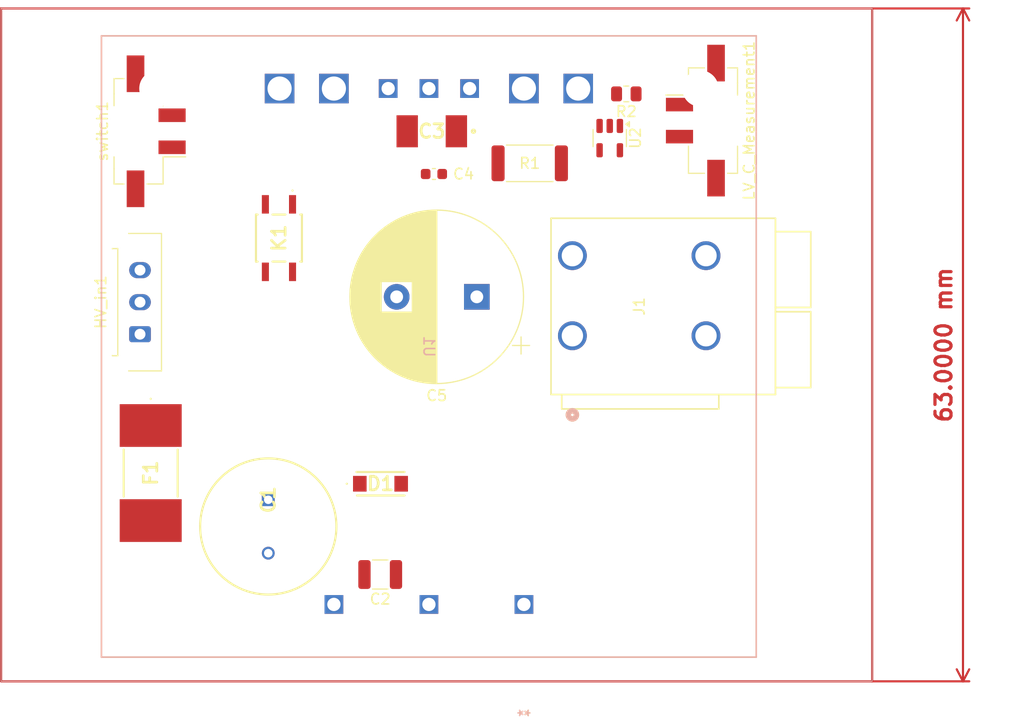
<source format=kicad_pcb>
(kicad_pcb (version 20240108) (generator "pcbnew") (generator_version "8.0")
  (layers (0 "F.Cu" signal) (31 "B.Cu" signal) (34 "B.Paste" user) (35 "F.Paste" user) (36 "B.SilkS" user "B.Silkscreen") (37 "F.SilkS" user "F.Silkscreen") (38 "B.Mask" user) (39 "F.Mask" user) (44 "Edge.Cuts" user))
  (net 0 "")
  (net 1 "/HV-")
  (net 2 "Net-(U1-+S)")
  (net 3 "Net-(C1--)")
  (net 4 "GND")
  (net 8 "Net-(K1-S1)")
  (net 9 "/HV+")
  (net 11 "Net-(K1-A)")
  (net 12 "Net-(K1-K)")
  (net 13 "Net-(LV_C_Measurement1-Pin_2)")
  (net 14 "Net-(J1-1_1)")
  (footprint "Connector_Molex:Molex_Micro-Fit_3.0_43650-0224_1x02-1MP_P3.00mm_Vertical" (layer "F.Cu") (at 133.865 71.5 90)
    (property "Reference" "switch1" (at 0 -3.38 90) (layer "F.SilkS"))
    (property "Value" "Micro Mate N-Lok 01x02_Pin")
    (fp_line (start 4.935 -2.295) (end 3.515 -2.295) (stroke (width 0.12)) (layer "F.SilkS"))
    (fp_line (start 3.515 -2.295) (end 3.515 -2.295) (stroke (width 0.12)) (layer "F.SilkS"))
    (fp_line (start 3.515 -2.295) (end 2.395 -2.295) (stroke (width 0.12)) (layer "F.SilkS"))
    (fp_line (start -3.515 -2.295) (end -2.395 -2.295) (stroke (width 0.12)) (layer "F.SilkS"))
    (fp_line (start -3.515 -2.295) (end -3.515 -2.295) (stroke (width 0.12)) (layer "F.SilkS"))
    (fp_line (start -4.935 -2.295) (end -3.515 -2.295) (stroke (width 0.12)) (layer "F.SilkS"))
    (fp_line (start 4.935 -1.37) (end 4.935 -2.295) (stroke (width 0.12)) (layer "F.SilkS"))
    (fp_line (start -4.935 -1.37) (end -4.935 -2.295) (stroke (width 0.12)) (layer "F.SilkS"))
    (fp_line (start 4.935 0.8) (end 4.935 2.295) (stroke (width 0.12)) (layer "F.SilkS"))
    (fp_line (start -4.935 0.8) (end -4.935 2.295) (stroke (width 0.12)) (layer "F.SilkS"))
    (fp_line (start 4.935 2.295) (end 2.395 2.295) (stroke (width 0.12)) (layer "F.SilkS"))
    (fp_line (start -2.395 2.295) (end -2.395 4.405) (stroke (width 0.12)) (layer "F.SilkS"))
    (fp_line (start -4.935 2.295) (end -2.395 2.295) (stroke (width 0.12)) (layer "F.SilkS"))
    (pad "1" smd rect (at -1.5 3.135 90) (size 1.27 2.54) (layers "F.Cu" "F.Paste" "F.Mask") (net 11 "Net-(K1-A)"))
    (pad "2" smd rect (at 1.5 3.135 90) (size 1.27 2.54) (layers "F.Cu" "F.Paste" "F.Mask") (net 12 "Net-(K1-K)"))
    (pad "MP" smd rect (at -5.385 -0.285 90) (size 3.43 1.65) (layers "F.Cu" "F.Paste" "F.Mask"))
    (pad "MP" smd rect (at 5.385 -0.285 90) (size 3.43 1.65) (layers "F.Cu" "F.Paste" "F.Mask"))
  )
  (footprint "Connector_Molex:Molex_Micro-Fit_3.0_43650-0224_1x02-1MP_P3.00mm_Vertical" (layer "F.Cu") (at 187.61 70.5 -90)
    (property "Reference" "LV_C_Measurement1" (at 0 -3.38 90) (layer "F.SilkS"))
    (property "Value" "Micro Mate N-Lok 01x02_Pin")
    (fp_line (start -4.935 2.295) (end -2.395 2.295) (stroke (width 0.12)) (layer "F.SilkS"))
    (fp_line (start -2.395 2.295) (end -2.395 4.405) (stroke (width 0.12)) (layer "F.SilkS"))
    (fp_line (start 4.935 2.295) (end 2.395 2.295) (stroke (width 0.12)) (layer "F.SilkS"))
    (fp_line (start -4.935 0.8) (end -4.935 2.295) (stroke (width 0.12)) (layer "F.SilkS"))
    (fp_line (start 4.935 0.8) (end 4.935 2.295) (stroke (width 0.12)) (layer "F.SilkS"))
    (fp_line (start -4.935 -1.37) (end -4.935 -2.295) (stroke (width 0.12)) (layer "F.SilkS"))
    (fp_line (start 4.935 -1.37) (end 4.935 -2.295) (stroke (width 0.12)) (layer "F.SilkS"))
    (fp_line (start -4.935 -2.295) (end -3.515 -2.295) (stroke (width 0.12)) (layer "F.SilkS"))
    (fp_line (start -3.515 -2.295) (end -3.515 -2.295) (stroke (width 0.12)) (layer "F.SilkS"))
    (fp_line (start -3.515 -2.295) (end -2.395 -2.295) (stroke (width 0.12)) (layer "F.SilkS"))
    (fp_line (start 3.515 -2.295) (end 2.395 -2.295) (stroke (width 0.12)) (layer "F.SilkS"))
    (fp_line (start 3.515 -2.295) (end 3.515 -2.295) (stroke (width 0.12)) (layer "F.SilkS"))
    (fp_line (start 4.935 -2.295) (end 3.515 -2.295) (stroke (width 0.12)) (layer "F.SilkS"))
    (pad "1" smd rect (at -1.5 3.135 270) (size 1.27 2.54) (layers "F.Cu" "F.Paste" "F.Mask") (net 4 "GND"))
    (pad "2" smd rect (at 1.5 3.135 270) (size 1.27 2.54) (layers "F.Cu" "F.Paste" "F.Mask") (net 13 "Net-(LV_C_Measurement1-Pin_2)"))
    (pad "MP" smd rect (at -5.385 -0.285 270) (size 3.43 1.65) (layers "F.Cu" "F.Paste" "F.Mask"))
    (pad "MP" smd rect (at 5.385 -0.285 270) (size 3.43 1.65) (layers "F.Cu" "F.Paste" "F.Mask"))
  )
  (footprint "footprints:ECHU_E1_E2_E3_E3a_4" (layer "F.Cu") (at 161.3 71.5 180)
    (property "Reference" "C3" (at 0 0 180) (layer "F.SilkS") (effects (font (size 1.27 1.27) (thickness 0.254))))
    (property "Value" "22n" (hide yes))
    (fp_circle (center -3.9 0) (end -3.9 0.05) (stroke (width 0.2)) (fill none) (layer "F.SilkS"))
    (pad "1" smd rect (at -2.3 0 180) (size 2 3) (layers "F.Cu" "F.Paste" "F.Mask") (net 4 "GND"))
    (pad "2" smd rect (at 2.3 0 180) (size 2 3) (layers "F.Cu" "F.Paste" "F.Mask") (net 2 "Net-(U1-+S)"))
  )
  (footprint "Resistor_SMD:R_2512_6332Metric" (layer "F.Cu") (at 170.4625 74.5)
    (property "Reference" "R1" (at 0 0 360) (layer "F.SilkS"))
    (property "Value" "2m")
    (fp_line (start -2.177064 -1.71) (end 2.177064 -1.71) (stroke (width 0.12)) (layer "F.SilkS"))
    (fp_line (start -2.177064 1.71) (end 2.177064 1.71) (stroke (width 0.12)) (layer "F.SilkS"))
    (pad "1" smd roundrect (at -2.9625 0) (size 1.225 3.35) (layers "F.Cu" "F.Paste" "F.Mask") (roundrect_rratio 0.204082) (net 2 "Net-(U1-+S)"))
    (pad "2" smd roundrect (at 2.9625 0) (size 1.225 3.35) (layers "F.Cu" "F.Paste" "F.Mask") (roundrect_rratio 0.204082) (net 14 "Net-(J1-1_1)"))
  )
  (footprint "footprints:CONN2_2606-1102_WAG" (layer "F.Cu") (at 174.4549 90.6451 90)
    (property "Reference" "J1" (at 2.75 6.25 90) (layer "F.SilkS"))
    (property "Value" "2606-1102")
    (fp_circle (center -7.405001 0) (end -7.024001 0) (stroke (width 0.508)) (fill none) (layer "B.SilkS"))
    (fp_line (start 11.000001 -2.000001) (end 11.000001 19) (stroke (width 0.1524)) (layer "F.SilkS"))
    (fp_line (start -5.500001 -2.000001) (end 11.000001 -2.000001) (stroke (width 0.1524)) (layer "F.SilkS"))
    (fp_line (start -5.500002 -1) (end -6.850002 -1) (stroke (width 0.1524)) (layer "F.SilkS"))
    (fp_line (start -5.500002 13.700001) (end -6.850002 13.700001) (stroke (width 0.1524)) (layer "F.SilkS"))
    (fp_line (start -6.850002 13.700001) (end -6.850002 -1) (stroke (width 0.1524)) (layer "F.SilkS"))
    (fp_line (start 9.750001 19) (end 9.750001 22.300001) (stroke (width 0.1524)) (layer "F.SilkS"))
    (fp_line (start 2.65 19) (end 2.65 22.300001) (stroke (width 0.1524)) (layer "F.SilkS"))
    (fp_line (start 2.250001 19) (end 2.250001 22.300001) (stroke (width 0.1524)) (layer "F.SilkS"))
    (fp_line (start -4.85 19) (end -4.85 22.300001) (stroke (width 0.1524)) (layer "F.SilkS"))
    (fp_line (start -5.500001 19) (end -5.500001 -2.000001) (stroke (width 0.1524)) (layer "F.SilkS"))
    (fp_line (start -5.500001 19) (end 11.000001 19) (stroke (width 0.1524)) (layer "F.SilkS"))
    (fp_line (start 2.65 22.300001) (end 9.749998 22.300001) (stroke (width 0.1524)) (layer "F.SilkS"))
    (fp_line (start -4.85 22.300001) (end 2.249998 22.300001) (stroke (width 0.1524)) (layer "F.SilkS"))
    (fp_circle (center -7.405001 0) (end -7.024001 0) (stroke (width 0.508)) (fill none) (layer "F.SilkS"))
    (pad "1" thru_hole circle (at 0 0 90) (size 2.7 2.7) (drill 2) (layers "*.Cu" "*.Mask") (net 14 "Net-(J1-1_1)"))
    (pad "2" thru_hole circle (at 0 12.5 90) (size 2.7 2.7) (drill 2) (layers "*.Cu" "*.Mask") (net 14 "Net-(J1-1_1)"))
    (pad "3" thru_hole circle (at 7.5 0 90) (size 2.7 2.7) (drill 2) (layers "*.Cu" "*.Mask") (net 4 "GND"))
    (pad "4" thru_hole circle (at 7.5 12.5 90) (size 2.7 2.7) (drill 2) (layers "*.Cu" "*.Mask") (net 4 "GND"))
  )
  (footprint "footprints:CAPPRD500W60D1275H2200" (layer "F.Cu") (at 146 106 -90)
    (property "Reference" "C1" (at 0 0 -90) (layer "F.SilkS") (effects (font (size 1.27 1.27) (thickness 0.254))))
    (property "Value" "22µ 420VDC" (hide yes))
    (fp_circle (center 2.5 0) (end 2.5 6.375) (stroke (width 0.2)) (fill none) (layer "F.SilkS"))
    (pad "1" thru_hole rect (at 0 0 270) (size 1.2 1.2) (drill 0.8) (layers "*.Cu" "*.Mask") (net 1 "/HV-"))
    (pad "2" thru_hole circle (at 5 0 270) (size 1.2 1.2) (drill 0.8) (layers "*.Cu" "*.Mask") (net 3 "Net-(C1--)"))
  )
  (footprint "footprints:CD214AR12000R" (layer "F.Cu") (at 156.5 104.5)
    (property "Reference" "D1" (at 0 0 0) (layer "F.SilkS") (effects (font (size 1.27 1.27) (thickness 0.254))))
    (property "Value" "2kV" (hide yes))
    (fp_line (start -3.2 0) (end -3.2 0) (stroke (width 0.1)) (layer "F.SilkS"))
    (fp_line (start -3.1 0) (end -3.1 0) (stroke (width 0.1)) (layer "F.SilkS"))
    (fp_line (start -2.25 -1.1) (end 2.25 -1.1) (stroke (width 0.2)) (layer "F.SilkS"))
    (fp_line (start 2.25 1.1) (end -2.2 1.1) (stroke (width 0.2)) (layer "F.SilkS"))
    (fp_arc (start -3.2 0) (mid -3.15 -0.05) (end -3.1 0) (stroke (width 0.1)) (layer "F.SilkS"))
    (fp_arc (start -3.1 0) (mid -3.15 0.05) (end -3.2 0) (stroke (width 0.1)) (layer "F.SilkS"))
    (pad "1" smd rect (at -1.935 0) (size 1.27 1.47) (layers "F.Cu" "F.Paste" "F.Mask") (net 3 "Net-(C1--)"))
    (pad "2" smd rect (at 1.935 0) (size 1.27 1.47) (layers "F.Cu" "F.Paste" "F.Mask") (net 1 "/HV-"))
  )
  (footprint "Capacitor_SMD:C_1210_3225Metric" (layer "F.Cu") (at 156.475 113 180)
    (property "Reference" "C2" (at 0 -2.3 0) (layer "F.SilkS"))
    (property "Value" "390p 1kV")
    (fp_line (start -0.711252 1.36) (end 0.711252 1.36) (stroke (width 0.12)) (layer "F.SilkS"))
    (fp_line (start -0.711252 -1.36) (end 0.711252 -1.36) (stroke (width 0.12)) (layer "F.SilkS"))
    (pad "1" smd roundrect (at -1.475 0 180) (size 1.15 2.7) (layers "F.Cu" "F.Paste" "F.Mask") (roundrect_rratio 0.217391) (net 1 "/HV-"))
    (pad "2" smd roundrect (at 1.475 0 180) (size 1.15 2.7) (layers "F.Cu" "F.Paste" "F.Mask") (roundrect_rratio 0.217391) (net 3 "Net-(C1--)"))
  )
  (footprint "Capacitor_THT:CP_Radial_D16.0mm_P7.50mm" (layer "F.Cu") (at 165.512755 87 180)
    (property "Reference" "C5" (at 3.75 -9.25 180) (layer "F.SilkS"))
    (property "Value" "820µ")
    (fp_line (start 11.831 -0.765) (end 11.831 0.765) (stroke (width 0.12)) (layer "F.SilkS"))
    (fp_line (start 11.791 -1.098) (end 11.791 1.098) (stroke (width 0.12)) (layer "F.SilkS"))
    (fp_line (start 11.751 -1.351) (end 11.751 1.351) (stroke (width 0.12)) (layer "F.SilkS"))
    (fp_line (start 11.711 -1.564) (end 11.711 1.564) (stroke (width 0.12)) (layer "F.SilkS"))
    (fp_line (start 11.671 -1.752) (end 11.671 1.752) (stroke (width 0.12)) (layer "F.SilkS"))
    (fp_line (start 11.631 -1.92) (end 11.631 1.92) (stroke (width 0.12)) (layer "F.SilkS"))
    (fp_line (start 11.591 -2.074) (end 11.591 2.074) (stroke (width 0.12)) (layer "F.SilkS"))
    (fp_line (start 11.551 -2.218) (end 11.551 2.218) (stroke (width 0.12)) (layer "F.SilkS"))
    (fp_line (start 11.511 -2.351) (end 11.511 2.351) (stroke (width 0.12)) (layer "F.SilkS"))
    (fp_line (start 11.471 -2.478) (end 11.471 2.478) (stroke (width 0.12)) (layer "F.SilkS"))
    (fp_line (start 11.431 -2.597) (end 11.431 2.597) (stroke (width 0.12)) (layer "F.SilkS"))
    (fp_line (start 11.391 -2.711) (end 11.391 2.711) (stroke (width 0.12)) (layer "F.SilkS"))
    (fp_line (start 11.351 -2.82) (end 11.351 2.82) (stroke (width 0.12)) (layer "F.SilkS"))
    (fp_line (start 11.311 -2.924) (end 11.311 2.924) (stroke (width 0.12)) (layer "F.SilkS"))
    (fp_line (start 11.271 -3.024) (end 11.271 3.024) (stroke (width 0.12)) (layer "F.SilkS"))
    (fp_line (start 11.231 -3.12) (end 11.231 3.12) (stroke (width 0.12)) (layer "F.SilkS"))
    (fp_line (start 11.191 -3.213) (end 11.191 3.213) (stroke (width 0.12)) (layer "F.SilkS"))
    (fp_line (start 11.151 -3.303) (end 11.151 3.303) (stroke (width 0.12)) (layer "F.SilkS"))
    (fp_line (start 11.111 -3.39) (end 11.111 3.39) (stroke (width 0.12)) (layer "F.SilkS"))
    (fp_line (start 11.071 -3.475) (end 11.071 3.475) (stroke (width 0.12)) (layer "F.SilkS"))
    (fp_line (start 11.031 -3.557) (end 11.031 3.557) (stroke (width 0.12)) (layer "F.SilkS"))
    (fp_line (start 10.991 -3.637) (end 10.991 3.637) (stroke (width 0.12)) (layer "F.SilkS"))
    (fp_line (start 10.951 -3.715) (end 10.951 3.715) (stroke (width 0.12)) (layer "F.SilkS"))
    (fp_line (start 10.911 -3.79) (end 10.911 3.79) (stroke (width 0.12)) (layer "F.SilkS"))
    (fp_line (start 10.871 -3.864) (end 10.871 3.864) (stroke (width 0.12)) (layer "F.SilkS"))
    (fp_line (start 10.831 -3.936) (end 10.831 3.936) (stroke (width 0.12)) (layer "F.SilkS"))
    (fp_line (start 10.791 -4.007) (end 10.791 4.007) (stroke (width 0.12)) (layer "F.SilkS"))
    (fp_line (start 10.751 -4.076) (end 10.751 4.076) (stroke (width 0.12)) (layer "F.SilkS"))
    (fp_line (start 10.711 -4.143) (end 10.711 4.143) (stroke (width 0.12)) (layer "F.SilkS"))
    (fp_line (start 10.671 -4.209) (end 10.671 4.209) (stroke (width 0.12)) (layer "F.SilkS"))
    (fp_line (start 10.631 -4.273) (end 10.631 4.273) (stroke (width 0.12)) (layer "F.SilkS"))
    (fp_line (start 10.591 -4.336) (end 10.591 4.336) (stroke (width 0.12)) (layer "F.SilkS"))
    (fp_line (start 10.551 -4.398) (end 10.551 4.398) (stroke (width 0.12)) (layer "F.SilkS"))
    (fp_line (start 10.511 -4.459) (end 10.511 4.459) (stroke (width 0.12)) (layer "F.SilkS"))
    (fp_line (start 10.471 -4.519) (end 10.471 4.519) (stroke (width 0.12)) (layer "F.SilkS"))
    (fp_line (start 10.431 -4.577) (end 10.431 4.577) (stroke (width 0.12)) (layer "F.SilkS"))
    (fp_line (start 10.391 -4.634) (end 10.391 4.634) (stroke (width 0.12)) (layer "F.SilkS"))
    (fp_line (start 10.351 -4.691) (end 10.351 4.691) (stroke (width 0.12)) (layer "F.SilkS"))
    (fp_line (start 10.311 -4.746) (end 10.311 4.746) (stroke (width 0.12)) (layer "F.SilkS"))
    (fp_line (start 10.271 -4.8) (end 10.271 4.8) (stroke (width 0.12)) (layer "F.SilkS"))
    (fp_line (start 10.231 -4.854) (end 10.231 4.854) (stroke (width 0.12)) (layer "F.SilkS"))
    (fp_line (start 10.191 -4.906) (end 10.191 4.906) (stroke (width 0.12)) (layer "F.SilkS"))
    (fp_line (start 10.151 -4.958) (end 10.151 4.958) (stroke (width 0.12)) (layer "F.SilkS"))
    (fp_line (start 10.111 -5.009) (end 10.111 5.009) (stroke (width 0.12)) (layer "F.SilkS"))
    (fp_line (start 10.071 -5.059) (end 10.071 5.059) (stroke (width 0.12)) (layer "F.SilkS"))
    (fp_line (start 10.031 -5.108) (end 10.031 5.108) (stroke (width 0.12)) (layer "F.SilkS"))
    (fp_line (start 9.991 -5.156) (end 9.991 5.156) (stroke (width 0.12)) (layer "F.SilkS"))
    (fp_line (start 9.951 -5.204) (end 9.951 5.204) (stroke (width 0.12)) (layer "F.SilkS"))
    (fp_line (start 9.911 -5.251) (end 9.911 5.251) (stroke (width 0.12)) (layer "F.SilkS"))
    (fp_line (start 9.871 -5.297) (end 9.871 5.297) (stroke (width 0.12)) (layer "F.SilkS"))
    (fp_line (start 9.831 -5.343) (end 9.831 5.343) (stroke (width 0.12)) (layer "F.SilkS"))
    (fp_line (start 9.791 -5.388) (end 9.791 5.388) (stroke (width 0.12)) (layer "F.SilkS"))
    (fp_line (start 9.751 -5.432) (end 9.751 5.432) (stroke (width 0.12)) (layer "F.SilkS"))
    (fp_line (start 9.711 -5.475) (end 9.711 5.475) (stroke (width 0.12)) (layer "F.SilkS"))
    (fp_line (start 9.671 -5.518) (end 9.671 5.518) (stroke (width 0.12)) (layer "F.SilkS"))
    (fp_line (start 9.631 -5.56) (end 9.631 5.56) (stroke (width 0.12)) (layer "F.SilkS"))
    (fp_line (start 9.591 -5.602) (end 9.591 5.602) (stroke (width 0.12)) (layer "F.SilkS"))
    (fp_line (start 9.551 -5.643) (end 9.551 5.643) (stroke (width 0.12)) (layer "F.SilkS"))
    (fp_line (start 9.511 -5.684) (end 9.511 5.684) (stroke (width 0.12)) (layer "F.SilkS"))
    (fp_line (start 9.471 -5.724) (end 9.471 5.724) (stroke (width 0.12)) (layer "F.SilkS"))
    (fp_line (start 9.431 -5.763) (end 9.431 5.763) (stroke (width 0.12)) (layer "F.SilkS"))
    (fp_line (start 9.391 -5.802) (end 9.391 5.802) (stroke (width 0.12)) (layer "F.SilkS"))
    (fp_line (start 9.351 -5.84) (end 9.351 5.84) (stroke (width 0.12)) (layer "F.SilkS"))
    (fp_line (start 9.311 -5.878) (end 9.311 5.878) (stroke (width 0.12)) (layer "F.SilkS"))
    (fp_line (start 9.271 -5.916) (end 9.271 5.916) (stroke (width 0.12)) (layer "F.SilkS"))
    (fp_line (start 9.231 -5.952) (end 9.231 5.952) (stroke (width 0.12)) (layer "F.SilkS"))
    (fp_line (start 9.191 -5.989) (end 9.191 5.989) (stroke (width 0.12)) (layer "F.SilkS"))
    (fp_line (start 9.151 -6.025) (end 9.151 6.025) (stroke (width 0.12)) (layer "F.SilkS"))
    (fp_line (start 9.111 -6.06) (end 9.111 6.06) (stroke (width 0.12)) (layer "F.SilkS"))
    (fp_line (start 9.071 -6.095) (end 9.071 6.095) (stroke (width 0.12)) (layer "F.SilkS"))
    (fp_line (start 9.031 -6.129) (end 9.031 6.129) (stroke (width 0.12)) (layer "F.SilkS"))
    (fp_line (start 8.991 -6.163) (end 8.991 6.163) (stroke (width 0.12)) (layer "F.SilkS"))
    (fp_line (start 8.951 -6.197) (end 8.951 6.197) (stroke (width 0.12)) (layer "F.SilkS"))
    (fp_line (start 8.911 1.44) (end 8.911 6.23) (stroke (width 0.12)) (layer "F.SilkS"))
    (fp_line (start 8.911 -6.23) (end 8.911 -1.44) (stroke (width 0.12)) (layer "F.SilkS"))
    (fp_line (start 8.871 1.44) (end 8.871 6.263) (stroke (width 0.12)) (layer "F.SilkS"))
    (fp_line (start 8.871 -6.263) (end 8.871 -1.44) (stroke (width 0.12)) (layer "F.SilkS"))
    (fp_line (start 8.831 1.44) (end 8.831 6.295) (stroke (width 0.12)) (layer "F.SilkS"))
    (fp_line (start 8.831 -6.295) (end 8.831 -1.44) (stroke (width 0.12)) (layer "F.SilkS"))
    (fp_line (start 8.791 1.44) (end 8.791 6.327) (stroke (width 0.12)) (layer "F.SilkS"))
    (fp_line (start 8.791 -6.327) (end 8.791 -1.44) (stroke (width 0.12)) (layer "F.SilkS"))
    (fp_line (start 8.751 1.44) (end 8.751 6.358) (stroke (width 0.12)) (layer "F.SilkS"))
    (fp_line (start 8.751 -6.358) (end 8.751 -1.44) (stroke (width 0.12)) (layer "F.SilkS"))
    (fp_line (start 8.711 1.44) (end 8.711 6.39) (stroke (width 0.12)) (layer "F.SilkS"))
    (fp_line (start 8.711 -6.39) (end 8.711 -1.44) (stroke (width 0.12)) (layer "F.SilkS"))
    (fp_line (start 8.671 1.44) (end 8.671 6.42) (stroke (width 0.12)) (layer "F.SilkS"))
    (fp_line (start 8.671 -6.42) (end 8.671 -1.44) (stroke (width 0.12)) (layer "F.SilkS"))
    (fp_line (start 8.631 1.44) (end 8.631 6.45) (stroke (width 0.12)) (layer "F.SilkS"))
    (fp_line (start 8.631 -6.45) (end 8.631 -1.44) (stroke (width 0.12)) (layer "F.SilkS"))
    (fp_line (start 8.591 1.44) (end 8.591 6.48) (stroke (width 0.12)) (layer "F.SilkS"))
    (fp_line (start 8.591 -6.48) (end 8.591 -1.44) (stroke (width 0.12)) (layer "F.SilkS"))
    (fp_line (start 8.551 1.44) (end 8.551 6.51) (stroke (width 0.12)) (layer "F.SilkS"))
    (fp_line (start 8.551 -6.51) (end 8.551 -1.44) (stroke (width 0.12)) (layer "F.SilkS"))
    (fp_line (start 8.511 1.44) (end 8.511 6.539) (stroke (width 0.12)) (layer "F.SilkS"))
    (fp_line (start 8.511 -6.539) (end 8.511 -1.44) (stroke (width 0.12)) (layer "F.SilkS"))
    (fp_line (start 8.471 1.44) (end 8.471 6.568) (stroke (width 0.12)) (layer "F.SilkS"))
    (fp_line (start 8.471 -6.568) (end 8.471 -1.44) (stroke (width 0.12)) (layer "F.SilkS"))
    (fp_line (start 8.431 1.44) (end 8.431 6.596) (stroke (width 0.12)) (layer "F.SilkS"))
    (fp_line (start 8.431 -6.596) (end 8.431 -1.44) (stroke (width 0.12)) (layer "F.SilkS"))
    (fp_line (start 8.391 1.44) (end 8.391 6.624) (stroke (width 0.12)) (layer "F.SilkS"))
    (fp_line (start 8.391 -6.624) (end 8.391 -1.44) (stroke (width 0.12)) (layer "F.SilkS"))
    (fp_line (start 8.351 1.44) (end 8.351 6.652) (stroke (width 0.12)) (layer "F.SilkS"))
    (fp_line (start 8.351 -6.652) (end 8.351 -1.44) (stroke (width 0.12)) (layer "F.SilkS"))
    (fp_line (start 8.311 1.44) (end 8.311 6.679) (stroke (width 0.12)) (layer "F.SilkS"))
    (fp_line (start 8.311 -6.679) (end 8.311 -1.44) (stroke (width 0.12)) (layer "F.SilkS"))
    (fp_line (start 8.271 1.44) (end 8.271 6.706) (stroke (width 0.12)) (layer "F.SilkS"))
    (fp_line (start 8.271 -6.706) (end 8.271 -1.44) (stroke (width 0.12)) (layer "F.SilkS"))
    (fp_line (start 8.231 1.44) (end 8.231 6.733) (stroke (width 0.12)) (layer "F.SilkS"))
    (fp_line (start 8.231 -6.733) (end 8.231 -1.44) (stroke (width 0.12)) (layer "F.SilkS"))
    (fp_line (start 8.191 1.44) (end 8.191 6.759) (stroke (width 0.12)) (layer "F.SilkS"))
    (fp_line (start 8.191 -6.759) (end 8.191 -1.44) (stroke (width 0.12)) (layer "F.SilkS"))
    (fp_line (start 8.151 1.44) (end 8.151 6.785) (stroke (width 0.12)) (layer "F.SilkS"))
    (fp_line (start 8.151 -6.785) (end 8.151 -1.44) (stroke (width 0.12)) (layer "F.SilkS"))
    (fp_line (start 8.111 1.44) (end 8.111 6.811) (stroke (width 0.12)) (layer "F.SilkS"))
    (fp_line (start 8.111 -6.811) (end 8.111 -1.44) (stroke (width 0.12)) (layer "F.SilkS"))
    (fp_line (start 8.071 1.44) (end 8.071 6.836) (stroke (width 0.12)) (layer "F.SilkS"))
    (fp_line (start 8.071 -6.836) (end 8.071 -1.44) (stroke (width 0.12)) (layer "F.SilkS"))
    (fp_line (start 8.031 1.44) (end 8.031 6.861) (stroke (width 0.12)) (layer "F.SilkS"))
    (fp_line (start 8.031 -6.861) (end 8.031 -1.44) (stroke (width 0.12)) (layer "F.SilkS"))
    (fp_line (start 7.991 1.44) (end 7.991 6.886) (stroke (width 0.12)) (layer "F.SilkS"))
    (fp_line (start 7.991 -6.886) (end 7.991 -1.44) (stroke (width 0.12)) (layer "F.SilkS"))
    (fp_line (start 7.951 1.44) (end 7.951 6.91) (stroke (width 0.12)) (layer "F.SilkS"))
    (fp_line (start 7.951 -6.91) (end 7.951 -1.44) (stroke (width 0.12)) (layer "F.SilkS"))
    (fp_line (start 7.911 1.44) (end 7.911 6.934) (stroke (width 0.12)) (layer "F.SilkS"))
    (fp_line (start 7.911 -6.934) (end 7.911 -1.44) (stroke (width 0.12)) (layer "F.SilkS"))
    (fp_line (start 7.871 1.44) (end 7.871 6.958) (stroke (width 0.12)) (layer "F.SilkS"))
    (fp_line (start 7.871 -6.958) (end 7.871 -1.44) (stroke (width 0.12)) (layer "F.SilkS"))
    (fp_line (start 7.831 1.44) (end 7.831 6.981) (stroke (width 0.12)) (layer "F.SilkS"))
    (fp_line (start 7.831 -6.981) (end 7.831 -1.44) (stroke (width 0.12)) (layer "F.SilkS"))
    (fp_line (start 7.791 1.44) (end 7.791 7.004) (stroke (width 0.12)) (layer "F.SilkS"))
    (fp_line (start 7.791 -7.004) (end 7.791 -1.44) (stroke (width 0.12)) (layer "F.SilkS"))
    (fp_line (start 7.751 1.44) (end 7.751 7.027) (stroke (width 0.12)) (layer "F.SilkS"))
    (fp_line (start 7.751 -7.027) (end 7.751 -1.44) (stroke (width 0.12)) (layer "F.SilkS"))
    (fp_line (start 7.711 1.44) (end 7.711 7.049) (stroke (width 0.12)) (layer "F.SilkS"))
    (fp_line (start 7.711 -7.049) (end 7.711 -1.44) (stroke (width 0.12)) (layer "F.SilkS"))
    (fp_line (start 7.671 1.44) (end 7.671 7.072) (stroke (width 0.12)) (layer "F.SilkS"))
    (fp_line (start 7.671 -7.072) (end 7.671 -1.44) (stroke (width 0.12)) (layer "F.SilkS"))
    (fp_line (start 7.631 1.44) (end 7.631 7.094) (stroke (width 0.12)) (layer "F.SilkS"))
    (fp_line (start 7.631 -7.094) (end 7.631 -1.44) (stroke (width 0.12)) (layer "F.SilkS"))
    (fp_line (start 7.591 1.44) (end 7.591 7.115) (stroke (width 0.12)) (layer "F.SilkS"))
    (fp_line (start 7.591 -7.115) (end 7.591 -1.44) (stroke (width 0.12)) (layer "F.SilkS"))
    (fp_line (start 7.551 1.44) (end 7.551 7.136) (stroke (width 0.12)) (layer "F.SilkS"))
    (fp_line (start 7.551 -7.136) (end 7.551 -1.44) (stroke (width 0.12)) (layer "F.SilkS"))
    (fp_line (start 7.511 1.44) (end 7.511 7.157) (stroke (width 0.12)) (layer "F.SilkS"))
    (fp_line (start 7.511 -7.157) (end 7.511 -1.44) (stroke (width 0.12)) (layer "F.SilkS"))
    (fp_line (start 7.471 1.44) (end 7.471 7.178) (stroke (width 0.12)) (layer "F.SilkS"))
    (fp_line (start 7.471 -7.178) (end 7.471 -1.44) (stroke (width 0.12)) (layer "F.SilkS"))
    (fp_line (start 7.431 1.44) (end 7.431 7.199) (stroke (width 0.12)) (layer "F.SilkS"))
    (fp_line (start 7.431 -7.199) (end 7.431 -1.44) (stroke (width 0.12)) (layer "F.SilkS"))
    (fp_line (start 7.391 1.44) (end 7.391 7.219) (stroke (width 0.12)) (layer "F.SilkS"))
    (fp_line (start 7.391 -7.219) (end 7.391 -1.44) (stroke (width 0.12)) (layer "F.SilkS"))
    (fp_line (start 7.351 1.44) (end 7.351 7.239) (stroke (width 0.12)) (layer "F.SilkS"))
    (fp_line (start 7.351 -7.239) (end 7.351 -1.44) (stroke (width 0.12)) (layer "F.SilkS"))
    (fp_line (start 7.311 1.44) (end 7.311 7.258) (stroke (width 0.12)) (layer "F.SilkS"))
    (fp_line (start 7.311 -7.258) (end 7.311 -1.44) (stroke (width 0.12)) (layer "F.SilkS"))
    (fp_line (start 7.271 1.44) (end 7.271 7.278) (stroke (width 0.12)) (layer "F.SilkS"))
    (fp_line (start 7.271 -7.278) (end 7.271 -1.44) (stroke (width 0.12)) (layer "F.SilkS"))
    (fp_line (start 7.231 1.44) (end 7.231 7.297) (stroke (width 0.12)) (layer "F.SilkS"))
    (fp_line (start 7.231 -7.297) (end 7.231 -1.44) (stroke (width 0.12)) (layer "F.SilkS"))
    (fp_line (start 7.191 1.44) (end 7.191 7.316) (stroke (width 0.12)) (layer "F.SilkS"))
    (fp_line (start 7.191 -7.316) (end 7.191 -1.44) (stroke (width 0.12)) (layer "F.SilkS"))
    (fp_line (start 7.151 1.44) (end 7.151 7.334) (stroke (width 0.12)) (layer "F.SilkS"))
    (fp_line (start 7.151 -7.334) (end 7.151 -1.44) (stroke (width 0.12)) (layer "F.SilkS"))
    (fp_line (start 7.111 1.44) (end 7.111 7.353) (stroke (width 0.12)) (layer "F.SilkS"))
    (fp_line (start 7.111 -7.353) (end 7.111 -1.44) (stroke (width 0.12)) (layer "F.SilkS"))
    (fp_line (start 7.071 1.44) (end 7.071 7.371) (stroke (width 0.12)) (layer "F.SilkS"))
    (fp_line (start 7.071 -7.371) (end 7.071 -1.44) (stroke (width 0.12)) (layer "F.SilkS"))
    (fp_line (start 7.031 1.44) (end 7.031 7.389) (stroke (width 0.12)) (layer "F.SilkS"))
    (fp_line (start 7.031 -7.389) (end 7.031 -1.44) (stroke (width 0.12)) (layer "F.SilkS"))
    (fp_line (start 6.991 1.44) (end 6.991 7.406) (stroke (width 0.12)) (layer "F.SilkS"))
    (fp_line (start 6.991 -7.406) (end 6.991 -1.44) (stroke (width 0.12)) (layer "F.SilkS"))
    (fp_line (start 6.951 1.44) (end 6.951 7.423) (stroke (width 0.12)) (layer "F.SilkS"))
    (fp_line (start 6.951 -7.423) (end 6.951 -1.44) (stroke (width 0.12)) (layer "F.SilkS"))
    (fp_line (start 6.911 1.44) (end 6.911 7.44) (stroke (width 0.12)) (layer "F.SilkS"))
    (fp_line (start 6.911 -7.44) (end 6.911 -1.44) (stroke (width 0.12)) (layer "F.SilkS"))
    (fp_line (start 6.871 1.44) (end 6.871 7.457) (stroke (width 0.12)) (layer "F.SilkS"))
    (fp_line (start 6.871 -7.457) (end 6.871 -1.44) (stroke (width 0.12)) (layer "F.SilkS"))
    (fp_line (start 6.831 1.44) (end 6.831 7.474) (stroke (width 0.12)) (layer "F.SilkS"))
    (fp_line (start 6.831 -7.474) (end 6.831 -1.44) (stroke (width 0.12)) (layer "F.SilkS"))
    (fp_line (start 6.791 1.44) (end 6.791 7.49) (stroke (width 0.12)) (layer "F.SilkS"))
    (fp_line (start 6.791 -7.49) (end 6.791 -1.44) (stroke (width 0.12)) (layer "F.SilkS"))
    (fp_line (start 6.751 1.44) (end 6.751 7.506) (stroke (width 0.12)) (layer "F.SilkS"))
    (fp_line (start 6.751 -7.506) (end 6.751 -1.44) (stroke (width 0.12)) (layer "F.SilkS"))
    (fp_line (start 6.711 1.44) (end 6.711 7.522) (stroke (width 0.12)) (layer "F.SilkS"))
    (fp_line (start 6.711 -7.522) (end 6.711 -1.44) (stroke (width 0.12)) (layer "F.SilkS"))
    (fp_line (start 6.671 1.44) (end 6.671 7.537) (stroke (width 0.12)) (layer "F.SilkS"))
    (fp_line (start 6.671 -7.537) (end 6.671 -1.44) (stroke (width 0.12)) (layer "F.SilkS"))
    (fp_line (start 6.631 1.44) (end 6.631 7.553) (stroke (width 0.12)) (layer "F.SilkS"))
    (fp_line (start 6.631 -7.553) (end 6.631 -1.44) (stroke (width 0.12)) (layer "F.SilkS"))
    (fp_line (start 6.591 1.44) (end 6.591 7.568) (stroke (width 0.12)) (layer "F.SilkS"))
    (fp_line (start 6.591 -7.568) (end 6.591 -1.44) (stroke (width 0.12)) (layer "F.SilkS"))
    (fp_line (start 6.551 1.44) (end 6.551 7.582) (stroke (width 0.12)) (layer "F.SilkS"))
    (fp_line (start 6.551 -7.582) (end 6.551 -1.44) (stroke (width 0.12)) (layer "F.SilkS"))
    (fp_line (start 6.511 1.44) (end 6.511 7.597) (stroke (width 0.12)) (layer "F.SilkS"))
    (fp_line (start 6.511 -7.597) (end 6.511 -1.44) (stroke (width 0.12)) (layer "F.SilkS"))
    (fp_line (start 6.471 1.44) (end 6.471 7.611) (stroke (width 0.12)) (layer "F.SilkS"))
    (fp_line (start 6.471 -7.611) (end 6.471 -1.44) (stroke (width 0.12)) (layer "F.SilkS"))
    (fp_line (start 6.431 1.44) (end 6.431 7.625) (stroke (width 0.12)) (layer "F.SilkS"))
    (fp_line (start 6.431 -7.625) (end 6.431 -1.44) (stroke (width 0.12)) (layer "F.SilkS"))
    (fp_line (start 6.391 1.44) (end 6.391 7.639) (stroke (width 0.12)) (layer "F.SilkS"))
    (fp_line (start 6.391 -7.639) (end 6.391 -1.44) (stroke (width 0.12)) (layer "F.SilkS"))
    (fp_line (start 6.351 1.44) (end 6.351 7.653) (stroke (width 0.12)) (layer "F.SilkS"))
    (fp_line (start 6.351 -7.653) (end 6.351 -1.44) (stroke (width 0.12)) (layer "F.SilkS"))
    (fp_line (start 6.311 1.44) (end 6.311 7.666) (stroke (width 0.12)) (layer "F.SilkS"))
    (fp_line (start 6.311 -7.666) (end 6.311 -1.44) (stroke (width 0.12)) (layer "F.SilkS"))
    (fp_line (start 6.271 1.44) (end 6.271 7.68) (stroke (width 0.12)) (layer "F.SilkS"))
    (fp_line (start 6.271 -7.68) (end 6.271 -1.44) (stroke (width 0.12)) (layer "F.SilkS"))
    (fp_line (start 6.231 1.44) (end 6.231 7.693) (stroke (width 0.12)) (layer "F.SilkS"))
    (fp_line (start 6.231 -7.693) (end 6.231 -1.44) (stroke (width 0.12)) (layer "F.SilkS"))
    (fp_line (start 6.191 1.44) (end 6.191 7.705) (stroke (width 0.12)) (layer "F.SilkS"))
    (fp_line (start 6.191 -7.705) (end 6.191 -1.44) (stroke (width 0.12)) (layer "F.SilkS"))
    (fp_line (start 6.151 1.44) (end 6.151 7.718) (stroke (width 0.12)) (layer "F.SilkS"))
    (fp_line (start 6.151 -7.718) (end 6.151 -1.44) (stroke (width 0.12)) (layer "F.SilkS"))
    (fp_line (start 6.111 1.44) (end 6.111 7.73) (stroke (width 0.12)) (layer "F.SilkS"))
    (fp_line (start 6.111 -7.73) (end 6.111 -1.44) (stroke (width 0.12)) (layer "F.SilkS"))
    (fp_line (start 6.071 1.44) (end 6.071 7.742) (stroke (width 0.12)) (layer "F.SilkS"))
    (fp_line (start 6.071 -7.742) (end 6.071 -1.44) (stroke (width 0.12)) (layer "F.SilkS"))
    (fp_line (start 6.031 -7.754) (end 6.031 7.754) (stroke (width 0.12)) (layer "F.SilkS"))
    (fp_line (start 5.991 -7.765) (end 5.991 7.765) (stroke (width 0.12)) (layer "F.SilkS"))
    (fp_line (start 5.951 -7.777) (end 5.951 7.777) (stroke (width 0.12)) (layer "F.SilkS"))
    (fp_line (start 5.911 -7.788) (end 5.911 7.788) (stroke (width 0.12)) (layer "F.SilkS"))
    (fp_line (start 5.871 -7.799) (end 5.871 7.799) (stroke (width 0.12)) (layer "F.SilkS"))
    (fp_line (start 5.831 -7.81) (end 5.831 7.81) (stroke (width 0.12)) (layer "F.SilkS"))
    (fp_line (start 5.791 -7.82) (end 5.791 7.82) (stroke (width 0.12)) (layer "F.SilkS"))
    (fp_line (start 5.751 -7.83) (end 5.751 7.83) (stroke (width 0.12)) (layer "F.SilkS"))
    (fp_line (start 5.711 -7.84) (end 5.711 7.84) (stroke (width 0.12)) (layer "F.SilkS"))
    (fp_line (start 5.671 -7.85) (end 5.671 7.85) (stroke (width 0.12)) (layer "F.SilkS"))
    (fp_line (start 5.631 -7.86) (end 5.631 7.86) (stroke (width 0.12)) (layer "F.SilkS"))
    (fp_line (start 5.591 -7.869) (end 5.591 7.869) (stroke (width 0.12)) (layer "F.SilkS"))
    (fp_line (start 5.551 -7.878) (end 5.551 7.878) (stroke (width 0.12)) (layer "F.SilkS"))
    (fp_line (start 5.511 -7.887) (end 5.511 7.887) (stroke (width 0.12)) (layer "F.SilkS"))
    (fp_line (start 5.471 -7.896) (end 5.471 7.896) (stroke (width 0.12)) (layer "F.SilkS"))
    (fp_line (start 5.431 -7.905) (end 5.431 7.905) (stroke (width 0.12)) (layer "F.SilkS"))
    (fp_line (start 5.391 -7.913) (end 5.391 7.913) (stroke (width 0.12)) (layer "F.SilkS"))
    (fp_line (start 5.351 -7.921) (end 5.351 7.921) (stroke (width 0.12)) (layer "F.SilkS"))
    (fp_line (start 5.311 -7.929) (end 5.311 7.929) (stroke (width 0.12)) (layer "F.SilkS"))
    (fp_line (start 5.271 -7.937) (end 5.271 7.937) (stroke (width 0.12)) (layer "F.SilkS"))
    (fp_line (start 5.231 -7.944) (end 5.231 7.944) (stroke (width 0.12)) (layer "F.SilkS"))
    (fp_line (start 5.191 -7.952) (end 5.191 7.952) (stroke (width 0.12)) (layer "F.SilkS"))
    (fp_line (start 5.151 -7.959) (end 5.151 7.959) (stroke (width 0.12)) (layer "F.SilkS"))
    (fp_line (start 5.111 -7.966) (end 5.111 7.966) (stroke (width 0.12)) (layer "F.SilkS"))
    (fp_line (start 5.071 -7.972) (end 5.071 7.972) (stroke (width 0.12)) (layer "F.SilkS"))
    (fp_line (start 5.031 -7.979) (end 5.031 7.979) (stroke (width 0.12)) (layer "F.SilkS"))
    (fp_line (start 4.991 -7.985) (end 4.991 7.985) (stroke (width 0.12)) (layer "F.SilkS"))
    (fp_line (start 4.951 -7.991) (end 4.951 7.991) (stroke (width 0.12)) (layer "F.SilkS"))
    (fp_line (start 4.911 -7.997) (end 4.911 7.997) (stroke (width 0.12)) (layer "F.SilkS"))
    (fp_line (start 4.871 -8.003) (end 4.871 8.003) (stroke (width 0.12)) (layer "F.SilkS"))
    (fp_line (start 4.831 -8.008) (end 4.831 8.008) (stroke (width 0.12)) (layer "F.SilkS"))
    (fp_line (start 4.791 -8.014) (end 4.791 8.014) (stroke (width 0.12)) (layer "F.SilkS"))
    (fp_line (start 4.751 -8.019) (end 4.751 8.019) (stroke (width 0.12)) (layer "F.SilkS"))
    (fp_line (start 4.711 -8.024) (end 4.711 8.024) (stroke (width 0.12)) (layer "F.SilkS"))
    (fp_line (start 4.671 -8.028) (end 4.671 8.028) (stroke (width 0.12)) (layer "F.SilkS"))
    (fp_line (start 4.631 -8.033) (end 4.631 8.033) (stroke (width 0.12)) (layer "F.SilkS"))
    (fp_line (start 4.591 -8.037) (end 4.591 8.037) (stroke (width 0.12)) (layer "F.SilkS"))
    (fp_line (start 4.551 -8.041) (end 4.551 8.041) (stroke (width 0.12)) (layer "F.SilkS"))
    (fp_line (start 4.511 -8.045) (end 4.511 8.045) (stroke (width 0.12)) (layer "F.SilkS"))
    (fp_line (start 4.471 -8.049) (end 4.471 8.049) (stroke (width 0.12)) (layer "F.SilkS"))
    (fp_line (start 4.43 -8.052) (end 4.43 8.052) (stroke (width 0.12)) (layer "F.SilkS"))
    (fp_line (start 4.39 -8.055) (end 4.39 8.055) (stroke (width 0.12)) (layer "F.SilkS"))
    (fp_line (start 4.35 -8.058) (end 4.35 8.058) (stroke (width 0.12)) (layer "F.SilkS"))
    (fp_line (start 4.31 -8.061) (end 4.31 8.061) (stroke (width 0.12)) (layer "F.SilkS"))
    (fp_line (start 4.27 -8.064) (end 4.27 8.064) (stroke (width 0.12)) (layer "F.SilkS"))
    (fp_line (start 4.23 -8.066) (end 4.23 8.066) (stroke (width 0.12)) (layer "F.SilkS"))
    (fp_line (start 4.19 -8.069) (end 4.19 8.069) (stroke (width 0.12)) (layer "F.SilkS"))
    (fp_line (start 4.15 -8.071) (end 4.15 8.071) (stroke (width 0.12)) (layer "F.SilkS"))
    (fp_line (start 4.11 -8.073) (end 4.11 8.073) (stroke (width 0.12)) (layer "F.SilkS"))
    (fp_line (start 4.07 -8.074) (end 4.07 8.074) (stroke (width 0.12)) (layer "F.SilkS"))
    (fp_line (start 4.03 -8.076) (end 4.03 8.076) (stroke (width 0.12)) (layer "F.SilkS"))
    (fp_line (start 3.99 -8.077) (end 3.99 8.077) (stroke (width 0.12)) (layer "F.SilkS"))
    (fp_line (start 3.95 -8.078) (end 3.95 8.078) (stroke (width 0.12)) (layer "F.SilkS"))
    (fp_line (start 3.91 -8.079) (end 3.91 8.079) (stroke (width 0.12)) (layer "F.SilkS"))
    (fp_line (start 3.87 -8.08) (end 3.87 8.08) (stroke (width 0.12)) (layer "F.SilkS"))
    (fp_line (start 3.83 -8.08) (end 3.83 8.08) (stroke (width 0.12)) (layer "F.SilkS"))
    (fp_line (start 3.79 -8.08) (end 3.79 8.08) (stroke (width 0.12)) (layer "F.SilkS"))
    (fp_line (start 3.75 -8.081) (end 3.75 8.081) (stroke (width 0.12)) (layer "F.SilkS"))
    (fp_line (start -4.139491 -5.355) (end -4.139491 -3.755) (stroke (width 0.12)) (layer "F.SilkS"))
    (fp_line (start -4.939491 -4.555) (end -3.339491 -4.555) (stroke (width 0.12)) (layer "F.SilkS"))
    (fp_circle (center 3.75 0) (end 11.87 0) (stroke (width 0.12)) (fill none) (layer "F.SilkS"))
    (pad "1" thru_hole rect (at 0 0 180) (size 2.4 2.4) (drill 1.2) (layers "*.Cu" "*.Mask") (net 4 "GND"))
    (pad "2" thru_hole circle (at 7.5 0 180) (size 2.4 2.4) (drill 1.2) (layers "*.Cu" "*.Mask") (net 2 "Net-(U1-+S)"))
  )
  (footprint "Resistor_SMD:R_0805_2012Metric" (layer "F.Cu") (at 179.5 68 180)
    (property "Reference" "R2" (at 0 -1.65 360) (layer "F.SilkS"))
    (property "Value" "250k 0.1%")
    (fp_line (start -0.227064 0.735) (end 0.227064 0.735) (stroke (width 0.12)) (layer "F.SilkS"))
    (fp_line (start -0.227064 -0.735) (end 0.227064 -0.735) (stroke (width 0.12)) (layer "F.SilkS"))
    (pad "1" smd roundrect (at -0.9125 0 180) (size 1.025 1.4) (layers "F.Cu" "F.Paste" "F.Mask") (roundrect_rratio 0.243902) (net 13 "Net-(LV_C_Measurement1-Pin_2)"))
    (pad "2" smd roundrect (at 0.9125 0 180) (size 1.025 1.4) (layers "F.Cu" "F.Paste" "F.Mask") (roundrect_rratio 0.243902) (net 4 "GND"))
  )
  (footprint "footprints:0ACG5000TE" (layer "F.Cu") (at 135 103.5 -90)
    (property "Reference" "F1" (at 0 0 90) (layer "F.SilkS") (effects (font (size 1.27 1.27) (thickness 0.254))))
    (property "Value" "450VDC 5 A" (hide yes))
    (fp_line (start -2.2 2.525) (end 2.2 2.525) (stroke (width 0.2)) (layer "F.SilkS"))
    (fp_line (start -7 0) (end -7 0) (stroke (width 0.1)) (layer "F.SilkS"))
    (fp_line (start -6.9 0) (end -6.9 0) (stroke (width 0.1)) (layer "F.SilkS"))
    (fp_line (start -2.2 -2.525) (end 2.2 -2.525) (stroke (width 0.2)) (layer "F.SilkS"))
    (fp_arc (start -7 0) (mid -6.95 -0.05) (end -6.9 0) (stroke (width 0.1)) (layer "F.SilkS"))
    (fp_arc (start -6.9 0) (mid -6.95 0.05) (end -7 0) (stroke (width 0.1)) (layer "F.SilkS"))
    (pad "1" smd rect (at -4.45 0 270) (size 4 5.8) (layers "F.Cu" "F.Paste" "F.Mask") (net 9 "/HV+"))
    (pad "2" smd rect (at 4.45 0 270) (size 4 5.8) (layers "F.Cu" "F.Paste" "F.Mask") (net 3 "Net-(C1--)"))
  )
  (footprint "Connector_Molex:Molex_Micro-Fit_3.0_43650-0315_1x03_P3.00mm_Vertical" (layer "F.Cu") (at 134 90.5 90)
    (property "Reference" "HV_in1" (at 3 -3.67 90) (layer "F.SilkS"))
    (property "Value" "43650-0317")
    (fp_line (start 8.015 -2.58) (end 7.995 -2.58) (stroke (width 0.12)) (layer "F.SilkS"))
    (fp_line (start -1.995 -2.58) (end -2.015 -2.58) (stroke (width 0.12)) (layer "F.SilkS"))
    (fp_line (start -2.015 -2.58) (end -2.015 -2.08) (stroke (width 0.12)) (layer "F.SilkS"))
    (fp_line (start 8.015 -2.08) (end 8.015 -2.58) (stroke (width 0.12)) (layer "F.SilkS"))
    (fp_line (start -2.015 -2.08) (end 8.015 -2.08) (stroke (width 0.12)) (layer "F.SilkS"))
    (fp_line (start -3.435 -1.065) (end -3.435 2.01) (stroke (width 0.12)) (layer "F.SilkS"))
    (fp_line (start 9.435 2.01) (end 9.435 -1.065) (stroke (width 0.12)) (layer "F.SilkS"))
    (fp_line (start -3.435 2.01) (end 9.435 2.01) (stroke (width 0.12)) (layer "F.SilkS"))
    (pad "" np_thru_hole circle (at -3 -1.96 90) (size 1.27 1.27) (drill 1.27) (layers "*.Cu" "*.Mask"))
    (pad "" np_thru_hole circle (at 9 -1.96 90) (size 1.27 1.27) (drill 1.27) (layers "*.Cu" "*.Mask"))
    (pad "1" thru_hole roundrect (at 0 0 90) (size 1.5 2.02) (drill 1.02) (layers "*.Cu" "*.Mask") (roundrect_rratio 0.166667) (net 9 "/HV+"))
    (pad "2" thru_hole oval (at 3 0 90) (size 1.5 2.02) (drill 1.02) (layers "*.Cu" "*.Mask"))
    (pad "3" thru_hole oval (at 6 0 90) (size 1.5 2.02) (drill 1.02) (layers "*.Cu" "*.Mask") (net 1 "/HV-"))
  )
  (footprint "Package_TO_SOT_SMD:SOT-23-5" (layer "F.Cu") (at 177.95 72.1375 -90)
    (property "Reference" "U2" (at 0 -2.4 90) (layer "F.SilkS"))
    (property "Value" "INA138")
    (fp_line (start 0 1.56) (end -0.8 1.56) (stroke (width 0.12)) (layer "F.SilkS"))
    (fp_line (start 0 1.56) (end 0.8 1.56) (stroke (width 0.12)) (layer "F.SilkS"))
    (fp_line (start 0 -1.56) (end -0.8 -1.56) (stroke (width 0.12)) (layer "F.SilkS"))
    (fp_line (start 0 -1.56) (end 0.8 -1.56) (stroke (width 0.12)) (layer "F.SilkS"))
    (fp_poly (pts (xy -1.3 -1.51) (xy -1.54 -1.84) (xy -1.06 -1.84) (xy -1.3 -1.51)) (stroke (width 0.12)) (fill solid) (layer "F.SilkS"))
    (pad "1" smd roundrect (at -1.1375 -0.95 270) (size 1.325 0.6) (layers "F.Cu" "F.Paste" "F.Mask") (net 13 "Net-(LV_C_Measurement1-Pin_2)"))
    (pad "2" smd roundrect (at -1.1375 0 270) (size 1.325 0.6) (layers "F.Cu" "F.Paste" "F.Mask") (net 4 "GND"))
    (pad "3" smd roundrect (at -1.1375 0.95 270) (size 1.325 0.6) (layers "F.Cu" "F.Paste" "F.Mask") (net 2 "Net-(U1-+S)"))
    (pad "4" smd roundrect (at 1.1375 0.95 270) (size 1.325 0.6) (layers "F.Cu" "F.Paste" "F.Mask") (net 14 "Net-(J1-1_1)"))
    (pad "5" smd roundrect (at 1.1375 -0.95 270) (size 1.325 0.6) (layers "F.Cu" "F.Paste" "F.Mask") (net 2 "Net-(U1-+S)"))
  )
  (footprint "Capacitor_SMD:C_0603_1608Metric" (layer "F.Cu") (at 161.5 75.5)
    (property "Reference" "C4" (at 2.775 0 0) (layer "F.SilkS"))
    (property "Value" "2.2µ" (hide yes))
    (fp_line (start -0.14058 -0.51) (end 0.14058 -0.51) (stroke (width 0.12)) (layer "F.SilkS"))
    (fp_line (start -0.14058 0.51) (end 0.14058 0.51) (stroke (width 0.12)) (layer "F.SilkS"))
    (pad "1" smd roundrect (at -0.775 0) (size 0.9 0.95) (layers "F.Cu" "F.Paste" "F.Mask") (net 2 "Net-(U1-+S)"))
    (pad "2" smd roundrect (at 0.775 0) (size 0.9 0.95) (layers "F.Cu" "F.Paste" "F.Mask") (net 4 "GND"))
  )
  (footprint "footprints:VOR1060M4T" (layer "F.Cu") (at 147 81.5 -90)
    (property "Reference" "K1" (at 0 0 -90) (layer "F.SilkS") (effects (font (size 1.27 1.27) (thickness 0.254))))
    (property "Value" "VOR1060M4T" (hide yes))
    (fp_line (start -2.2 2.15) (end 2.2 2.15) (stroke (width 0.2)) (layer "F.SilkS"))
    (fp_line (start 2.2 2.15) (end 2.2 2) (stroke (width 0.2)) (layer "F.SilkS"))
    (fp_line (start -2.2 2) (end -2.2 2.15) (stroke (width 0.2)) (layer "F.SilkS"))
    (fp_line (start 2.2 0.6) (end 2.2 -0.6) (stroke (width 0.2)) (layer "F.SilkS"))
    (fp_line (start -2.2 -0.6) (end -2.2 0.6) (stroke (width 0.2)) (layer "F.SilkS"))
    (fp_line (start -4.5 -1.27) (end -4.5 -1.27) (stroke (width 0.1)) (layer "F.SilkS"))
    (fp_line (start -4.4 -1.27) (end -4.4 -1.27) (stroke (width 0.1)) (layer "F.SilkS"))
    (fp_line (start -2.2 -2) (end -2.2 -2.15) (stroke (width 0.2)) (layer "F.SilkS"))
    (fp_line (start -2.2 -2.15) (end 2.2 -2.15) (stroke (width 0.2)) (layer "F.SilkS"))
    (fp_line (start 2.2 -2.15) (end 2.2 -2) (stroke (width 0.2)) (layer "F.SilkS"))
    (fp_arc (start -4.5 -1.27) (mid -4.45 -1.32) (end -4.4 -1.27) (stroke (width 0.1)) (layer "F.SilkS"))
    (fp_arc (start -4.4 -1.27) (mid -4.45 -1.22) (end -4.5 -1.27) (stroke (width 0.1)) (layer "F.SilkS"))
    (pad "1" smd rect (at -3.16 -1.27) (size 0.66 1.73) (layers "F.Cu" "F.Paste" "F.Mask") (net 11 "Net-(K1-A)"))
    (pad "2" smd rect (at -3.16 1.27) (size 0.66 1.73) (layers "F.Cu" "F.Paste" "F.Mask") (net 12 "Net-(K1-K)"))
    (pad "3" smd rect (at 3.16 1.27) (size 0.66 1.73) (layers "F.Cu" "F.Paste" "F.Mask") (net 1 "/HV-"))
    (pad "4" smd rect (at 3.16 -1.27) (size 0.66 1.73) (layers "F.Cu" "F.Paste" "F.Mask") (net 8 "Net-(K1-S1)"))
  )
  (footprint "footprints:PH300A_thru_PH600A_TDK" (layer "B.Cu") (at 169.92 115.8 90)
    (property "Reference" "U1" (at 24.150002 -8.89 -90) (layer "B.SilkS") (effects (justify mirror)))
    (property "Value" "PH600A280-24")
    (fp_line (start 53.233002 -39.527811) (end -4.932998 -39.527811) (stroke (width 0.1524)) (layer "B.SilkS"))
    (fp_line (start -4.932998 -39.527811) (end -4.932998 21.736989) (stroke (width 0.1524)) (layer "B.SilkS"))
    (fp_line (start 53.233002 21.736989) (end 53.233002 -39.527811) (stroke (width 0.1524)) (layer "B.SilkS"))
    (fp_line (start -4.932998 21.736989) (end 53.233002 21.736989) (stroke (width 0.1524)) (layer "B.SilkS"))
    (fp_text user "*" (at -10.16 0 -90) (layer "B.SilkS") (effects (justify mirror)))
    (fp_text user "*" (at -10.16 0 -90) (layer "B.SilkS") (effects (justify mirror)))
    (fp_text user "*" (at -10.16 0 -90) (layer "F.SilkS") (effects (justify mirror)))
    (pad "" np_thru_hole circle (at 0 -34.29 90) (size 3.4036 3.4036) (drill 3.4036) (layers "*.Cu" "*.Mask"))
    (pad "" np_thru_hole circle (at 0 16.51 90) (size 3.4036 3.4036) (drill 3.4036) (layers "*.Cu" "*.Mask"))
    (pad "" np_thru_hole circle (at 48.300005 -34.29 90) (size 3.4036 3.4036) (drill 3.4036) (layers "*.Cu" "*.Mask"))
    (pad "" np_thru_hole circle (at 48.300005 16.51 90) (size 3.4036 3.4036) (drill 3.4036) (layers "*.Cu" "*.Mask"))
    (pad "1" thru_hole rect (at 0 0 90) (size 1.7526 1.7526) (drill 1.2446) (layers "*.Cu" "*.Mask") (net 8 "Net-(K1-S1)"))
    (pad "2" thru_hole rect (at 0 -8.89 90) (size 1.7526 1.7526) (drill 1.2446) (layers "*.Cu" "*.Mask") (net 1 "/HV-"))
    (pad "3" thru_hole rect (at 0 -17.78 90) (size 1.7526 1.7526) (drill 1.2446) (layers "*.Cu" "*.Mask") (net 3 "Net-(C1--)"))
    (pad "4" thru_hole rect (at 48.3 -22.86 90) (size 2.7686 2.7686) (drill 2.2606) (layers "*.Cu" "*.Mask"))
    (pad "5" thru_hole rect (at 48.3 -17.78 90) (size 2.7686 2.7686) (drill 2.2606) (layers "*.Cu" "*.Mask") (net 2 "Net-(U1-+S)"))
    (pad "6" thru_hole rect (at 48.3 -12.7 90) (size 1.7526 1.7526) (drill 1.2446) (layers "*.Cu" "*.Mask") (net 2 "Net-(U1-+S)"))
    (pad "7" thru_hole rect (at 48.3 -8.89 90) (size 1.7526 1.7526) (drill 1.2446) (layers "*.Cu" "*.Mask"))
    (pad "8" thru_hole rect (at 48.3 -5.08 90) (size 1.7526 1.7526) (drill 1.2446) (layers "*.Cu" "*.Mask") (net 4 "GND"))
    (pad "9" thru_hole rect (at 48.3 0 90) (size 2.7686 2.7686) (drill 2.2606) (layers "*.Cu" "*.Mask") (net 4 "GND"))
    (pad "10" thru_hole rect (at 48.3 5.08 90) (size 2.7686 2.7686) (drill 2.2606) (layers "*.Cu" "*.Mask"))
  )
  (gr_rect (start 121 60) (end 202.5 123) (stroke (width 0.2)) (fill none) (layer "F.Cu"))
  (gr_line (start 202.5 60) (end 202.5 123) (stroke (width 0.05)) (layer "Edge.Cuts"))
  (gr_line (start 121 123) (end 121 60) (stroke (width 0.05)) (layer "Edge.Cuts"))
  (gr_line (start 202.5 123) (end 121 123) (stroke (width 0.05)) (layer "Edge.Cuts"))
  (gr_line (start 121 60) (end 202.5 60) (stroke (width 0.05)) (layer "Edge.Cuts"))
  (dimension (type aligned) (layer "F.Cu") (pts (xy 202 123) (xy 202 60)) (height 9) (gr_text "63,0000 mm" (at 209.2 91.5 90) (layer "F.Cu") (effects (font (size 1.5 1.5) (thickness 0.3)))) (format (prefix "") (suffix "") (units 3) (units_format 1) (precision 4)) (style (thickness 0.2) (arrow_length 1.27) (text_position_mode 0) (extension_height 0.58642) (extension_offset 0.5) keep_text_aligned))
)
</source>
